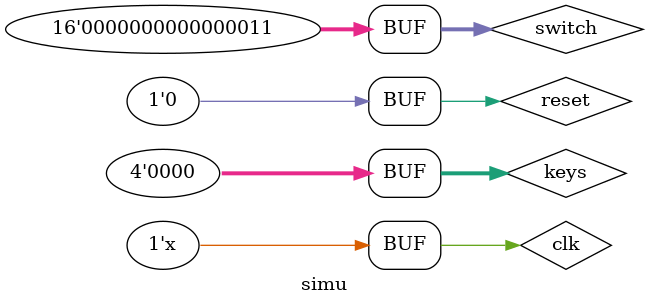
<source format=v>
`timescale 1ns / 1ps
module simu();

    reg          clk;
    reg          reset;
    reg  [15: 0] switch;
    reg  [ 3: 0] keys;
    wire [15: 0] led;
    wire [ 7: 0] ca;
    wire [ 3: 0] an;

    Basys3_Top test
    (
        .clk    ( clk       ),
        .reset  ( reset     ),
        .switch ( switch    ),
        .keys   ( keys      ),
        .led    ( led       ),
        .ca     ( ca        ),
        .an     ( an        )
    );

    initial begin
        clk    = 0;
        reset  = 1;
        switch = 0;
        keys   = 0;

        #100
        reset  = 0;
        switch = 16'd2;
        #100
        switch = 16'd3;
    end

    always #5 clk = ~clk;

endmodule

</source>
